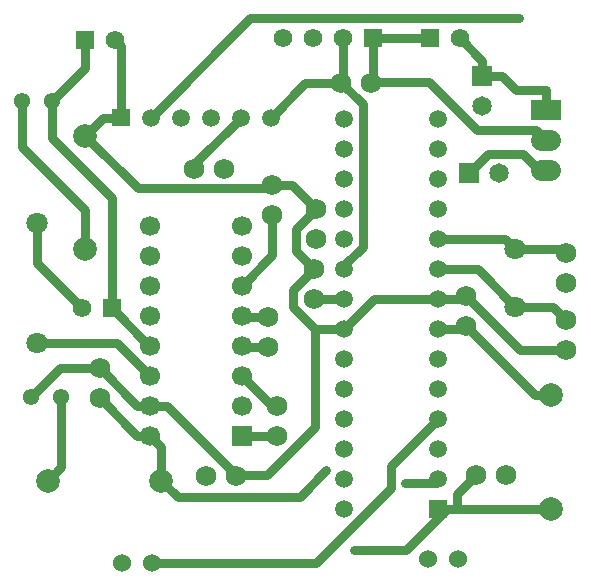
<source format=gtl>
G04 Layer: TopLayer*
G04 EasyEDA v6.5.3, 2022-04-18 14:54:04*
G04 15adf324dd814951a5dd903392d16c57,9ce652a6aed948bfbe420a612be0e63a,10*
G04 Gerber Generator version 0.2*
G04 Scale: 100 percent, Rotated: No, Reflected: No *
G04 Dimensions in millimeters *
G04 leading zeros omitted , absolute positions ,4 integer and 5 decimal *
%FSLAX45Y45*%
%MOMM*%

%ADD11C,0.8000*%
%ADD12C,0.6100*%
%ADD13C,1.7500*%
%ADD14C,2.0000*%
%ADD16C,1.4986*%
%ADD17R,1.5748X1.5748*%
%ADD18C,1.5748*%
%ADD19C,1.3800*%
%ADD20R,1.6510X1.6510*%
%ADD21C,1.6510*%
%ADD22C,1.8000*%
%ADD23R,1.5000X1.5000*%
%ADD24C,1.5000*%
%ADD25R,1.7000X1.7000*%
%ADD26C,1.7000*%
%ADD27R,2.6000X1.8000*%
%ADD28C,1.5240*%

%LPD*%
D11*
X749300Y4724400D02*
G01*
X749300Y4485106D01*
X467893Y4203700D01*
X4277410Y4419600D02*
G01*
X4399432Y4297578D01*
X4648708Y4297578D01*
X3740099Y2527300D02*
G01*
X3194100Y2527300D01*
X2940100Y2273300D01*
X2789885Y1077925D02*
G01*
X2565679Y853719D01*
X1533270Y853719D01*
X1396390Y990600D01*
X4114800Y4419600D02*
G01*
X4114800Y4546600D01*
X3924300Y4737100D01*
X1299108Y1371600D02*
G01*
X1396390Y1274318D01*
X1396390Y990600D01*
X2070100Y4064000D02*
G01*
X1676400Y3670300D01*
X1676400Y3632200D01*
X1003300Y4724400D02*
G01*
X1054100Y4673600D01*
X1054100Y4064000D01*
X3895166Y749300D02*
G01*
X3895166Y872566D01*
X4064000Y1041400D01*
X2940100Y2811170D02*
G01*
X3100044Y2971114D01*
X3100044Y4177055D01*
X2921000Y4356100D01*
X2336800Y3238500D02*
G01*
X2336800Y2899308D01*
X2079091Y2641600D01*
X342900Y3175000D02*
G01*
X342900Y2832100D01*
X723900Y2451100D01*
X217906Y4203700D02*
G01*
X217906Y3815714D01*
X749300Y3284321D01*
X749300Y2947009D01*
X467893Y4203700D02*
G01*
X467893Y3890594D01*
X977900Y3380587D01*
X977900Y2451100D01*
X4394200Y2461107D02*
G01*
X4714392Y2461107D01*
X4826000Y2349500D01*
X3740099Y2781300D02*
G01*
X4074007Y2781300D01*
X4394200Y2461107D01*
X2298700Y2374900D02*
G01*
X2091791Y2374900D01*
X2079091Y2387600D01*
X4394200Y2949092D02*
G01*
X4797907Y2949092D01*
X4826000Y2921000D01*
X3740099Y3035300D02*
G01*
X4307992Y3035300D01*
X4394200Y2949092D01*
X2079091Y1879600D02*
G01*
X2333091Y1625600D01*
X2374900Y1625600D01*
X2298700Y2120900D02*
G01*
X2091791Y2120900D01*
X2079091Y2133600D01*
X2079091Y1371600D02*
G01*
X2374900Y1371600D01*
X342900Y2159000D02*
G01*
X1019708Y2159000D01*
X1299108Y1879600D01*
X3670300Y4737100D02*
G01*
X3187700Y4737100D01*
X3740099Y2527300D02*
G01*
X3949700Y2527300D01*
X3975100Y2552700D01*
X2705100Y3289300D02*
G01*
X2535986Y3120186D01*
X2535986Y2937713D01*
X2692400Y2781300D01*
X4826000Y2095500D02*
G01*
X4432300Y2095500D01*
X3975100Y2552700D01*
X1299108Y1625600D02*
G01*
X1193800Y1625600D01*
X876300Y1943100D01*
X876300Y1943100D02*
G01*
X535406Y1943100D01*
X294106Y1701800D01*
X3187700Y4368800D02*
G01*
X3658412Y4368800D01*
X4069892Y3957320D01*
X4564888Y3957320D01*
X4648682Y3873525D01*
X3187700Y4737100D02*
G01*
X3187700Y4368800D01*
X3187700Y4368800D02*
G01*
X3175000Y4356100D01*
X2705100Y3289300D02*
G01*
X2501900Y3492500D01*
X2336800Y3492500D01*
X2336800Y3492500D02*
G01*
X2308809Y3464509D01*
X1195781Y3464509D01*
X749300Y3910990D01*
X2940100Y2273300D02*
G01*
X2697784Y2273300D01*
X2697784Y2273300D02*
G01*
X2514066Y2457018D01*
X2514066Y2602966D01*
X2692400Y2781300D01*
X2032000Y1037158D02*
G01*
X2032000Y1028700D01*
X1299108Y1625600D02*
G01*
X1443558Y1625600D01*
X2032000Y1037158D01*
X2032000Y1037158D02*
G01*
X2292984Y1037158D01*
X2697784Y1441957D01*
X2697784Y2273300D01*
X749300Y3910990D02*
G01*
X899109Y4060799D01*
X899109Y4064000D01*
X1054100Y4064000D02*
G01*
X899109Y4064000D01*
X1299108Y2133600D02*
G01*
X1295400Y2133600D01*
X977900Y2451100D01*
X544093Y1701800D02*
G01*
X544093Y1102283D01*
X432409Y990600D01*
X4648708Y4127525D02*
G01*
X4648708Y4297578D01*
X4114800Y4419600D02*
G01*
X4277410Y4419600D01*
X4699000Y749909D02*
G01*
X3895775Y749909D01*
X3895166Y749300D01*
X3740099Y749300D02*
G01*
X3817645Y749300D01*
X3817645Y749300D02*
G01*
X3895166Y749300D01*
X3817645Y749300D02*
G01*
X3467125Y398779D01*
X3030067Y398779D01*
X4647691Y3619500D02*
G01*
X4592853Y3619500D01*
X4454804Y3757548D01*
X4163949Y3757548D01*
X4000500Y3594100D01*
X2940100Y2527300D02*
G01*
X2692400Y2527300D01*
X3740099Y2273300D02*
G01*
X3949700Y2273300D01*
X3975100Y2298700D01*
X4699000Y1713890D02*
G01*
X4559909Y1713890D01*
X3975100Y2298700D01*
X876300Y1689100D02*
G01*
X1193800Y1371600D01*
X1299108Y1371600D01*
X2933700Y4737100D02*
G01*
X2933700Y4368800D01*
X2921000Y4356100D01*
X2921000Y4356100D02*
G01*
X2616200Y4356100D01*
X2324100Y4064000D01*
X3740099Y1511300D02*
G01*
X3338423Y1109624D01*
X3338423Y924001D01*
X2706522Y292100D01*
X1320800Y292100D01*
X1308100Y4064000D02*
G01*
X2149957Y4905857D01*
X4427347Y4905857D01*
X3458590Y972896D02*
G01*
X3709695Y972896D01*
X3740099Y1003300D01*
D13*
G01*
X1930400Y3632200D03*
G01*
X1676400Y3632200D03*
D14*
G01*
X432409Y990600D03*
G01*
X1396390Y990600D03*
G36*
X979170Y4138929D02*
G01*
X1129029Y4138929D01*
X1129029Y3989070D01*
X979170Y3989070D01*
G37*
D16*
G01*
X1308100Y4064000D03*
G01*
X1562100Y4064000D03*
G01*
X1816100Y4064000D03*
G01*
X2070100Y4064000D03*
G01*
X2324100Y4064000D03*
D17*
G01*
X977900Y2451100D03*
D18*
G01*
X723900Y2451100D03*
D14*
G01*
X749300Y3910990D03*
G01*
X749300Y2947009D03*
D19*
G01*
X294106Y1701800D03*
G01*
X544093Y1701800D03*
G01*
X217906Y4203700D03*
G01*
X467893Y4203700D03*
D20*
G01*
X4114800Y4419600D03*
D21*
G01*
X4114800Y4165600D03*
D20*
G01*
X4000500Y3594100D03*
D21*
G01*
X4254500Y3594100D03*
D13*
G01*
X2692400Y2781300D03*
G01*
X2692400Y2527300D03*
G01*
X2921000Y4356100D03*
G01*
X3175000Y4356100D03*
G01*
X3975100Y2552700D03*
G01*
X3975100Y2298700D03*
G01*
X876300Y1943100D03*
G01*
X876300Y1689100D03*
G01*
X4826000Y2349500D03*
G01*
X4826000Y2095500D03*
G01*
X2705100Y3289300D03*
G01*
X2705100Y3035300D03*
G01*
X4064000Y1041400D03*
G01*
X4318000Y1041400D03*
G01*
X2374900Y1625600D03*
G01*
X2374900Y1371600D03*
G01*
X4826000Y2921000D03*
G01*
X4826000Y2667000D03*
D22*
G01*
X342900Y3175000D03*
G01*
X342900Y2159000D03*
D14*
G01*
X4699000Y749909D03*
G01*
X4699000Y1713890D03*
D23*
G01*
X3740099Y749300D03*
D24*
G01*
X3740099Y1003300D03*
G01*
X3740099Y1257300D03*
G01*
X3740099Y1511300D03*
G01*
X3740099Y1765300D03*
G01*
X3740099Y2019300D03*
G01*
X3740099Y2273300D03*
G01*
X3740099Y2527300D03*
G01*
X3740099Y2781300D03*
G01*
X3740099Y3035300D03*
G01*
X3740099Y3289300D03*
G01*
X3740099Y3543300D03*
G01*
X3740099Y3797300D03*
G01*
X3740099Y4051300D03*
G01*
X2940100Y749300D03*
G01*
X2940100Y1003300D03*
G01*
X2940100Y1257300D03*
G01*
X2940100Y1511300D03*
G01*
X2940100Y1765300D03*
G01*
X2940100Y2019300D03*
G01*
X2940100Y2273300D03*
G01*
X2940100Y2527300D03*
G01*
X2940100Y2781300D03*
G01*
X2940100Y3035300D03*
G01*
X2940100Y3289300D03*
G01*
X2940100Y3543300D03*
G01*
X2940100Y3797300D03*
G01*
X2940100Y4051300D03*
D25*
G01*
X2079091Y1371600D03*
D26*
G01*
X2079091Y1625600D03*
G01*
X2079091Y2895600D03*
G01*
X2079091Y3149600D03*
G01*
X2079091Y1879600D03*
G01*
X2079091Y2133600D03*
G01*
X2079091Y2641600D03*
G01*
X2079091Y2387600D03*
G01*
X1299108Y3149600D03*
G01*
X1299108Y2895600D03*
G01*
X1299108Y2641600D03*
G01*
X1299108Y2387600D03*
G01*
X1299108Y2133600D03*
G01*
X1299108Y1879600D03*
G01*
X1299108Y1625600D03*
G01*
X1299108Y1371600D03*
D27*
G01*
X4648708Y4127500D03*
D22*
G01*
X4394200Y2461107D03*
G01*
X4394200Y2949092D03*
D17*
G01*
X749300Y4724400D03*
D18*
G01*
X1003300Y4724400D03*
D17*
G01*
X3187700Y4737100D03*
D18*
G01*
X2933700Y4737100D03*
G01*
X2679700Y4737100D03*
G01*
X2425700Y4737100D03*
D17*
G01*
X3670300Y4737100D03*
D18*
G01*
X3924300Y4737100D03*
D13*
G01*
X2298700Y2374900D03*
G01*
X2298700Y2120900D03*
G01*
X2336800Y3492500D03*
G01*
X2336800Y3238500D03*
G01*
X1778000Y1028700D03*
G01*
X2032000Y1028700D03*
D28*
G01*
X3657600Y330200D03*
G01*
X3911600Y330200D03*
G01*
X1320800Y292100D03*
G01*
X1066800Y292100D03*
D12*
G01*
X3458590Y972896D03*
G01*
X4427347Y4905857D03*
G01*
X2789885Y1077925D03*
G01*
X3030067Y398779D03*
D22*
X4688682Y3873525D02*
G01*
X4608682Y3873525D01*
X4687691Y3619500D02*
G01*
X4607692Y3619500D01*
M02*

</source>
